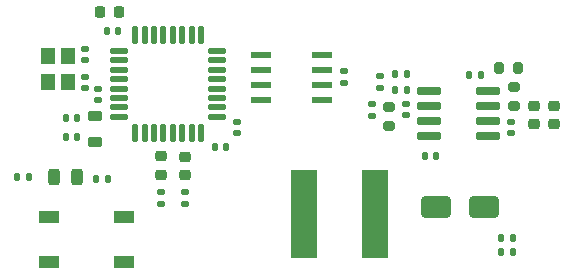
<source format=gbr>
%TF.GenerationSoftware,KiCad,Pcbnew,8.0.1*%
%TF.CreationDate,2024-11-24T12:48:57+07:00*%
%TF.ProjectId,TPMS,54504d53-2e6b-4696-9361-645f70636258,rev?*%
%TF.SameCoordinates,Original*%
%TF.FileFunction,Paste,Top*%
%TF.FilePolarity,Positive*%
%FSLAX46Y46*%
G04 Gerber Fmt 4.6, Leading zero omitted, Abs format (unit mm)*
G04 Created by KiCad (PCBNEW 8.0.1) date 2024-11-24 12:48:57*
%MOMM*%
%LPD*%
G01*
G04 APERTURE LIST*
G04 Aperture macros list*
%AMRoundRect*
0 Rectangle with rounded corners*
0 $1 Rounding radius*
0 $2 $3 $4 $5 $6 $7 $8 $9 X,Y pos of 4 corners*
0 Add a 4 corners polygon primitive as box body*
4,1,4,$2,$3,$4,$5,$6,$7,$8,$9,$2,$3,0*
0 Add four circle primitives for the rounded corners*
1,1,$1+$1,$2,$3*
1,1,$1+$1,$4,$5*
1,1,$1+$1,$6,$7*
1,1,$1+$1,$8,$9*
0 Add four rect primitives between the rounded corners*
20,1,$1+$1,$2,$3,$4,$5,0*
20,1,$1+$1,$4,$5,$6,$7,0*
20,1,$1+$1,$6,$7,$8,$9,0*
20,1,$1+$1,$8,$9,$2,$3,0*%
G04 Aperture macros list end*
%ADD10RoundRect,0.225000X-0.250000X0.225000X-0.250000X-0.225000X0.250000X-0.225000X0.250000X0.225000X0*%
%ADD11RoundRect,0.250000X-1.000000X-0.650000X1.000000X-0.650000X1.000000X0.650000X-1.000000X0.650000X0*%
%ADD12RoundRect,0.135000X-0.135000X-0.185000X0.135000X-0.185000X0.135000X0.185000X-0.135000X0.185000X0*%
%ADD13RoundRect,0.140000X-0.170000X0.140000X-0.170000X-0.140000X0.170000X-0.140000X0.170000X0.140000X0*%
%ADD14RoundRect,0.225000X-0.225000X-0.250000X0.225000X-0.250000X0.225000X0.250000X-0.225000X0.250000X0*%
%ADD15RoundRect,0.140000X0.140000X0.170000X-0.140000X0.170000X-0.140000X-0.170000X0.140000X-0.170000X0*%
%ADD16RoundRect,0.075000X0.910000X0.225000X-0.910000X0.225000X-0.910000X-0.225000X0.910000X-0.225000X0*%
%ADD17RoundRect,0.200000X-0.275000X0.200000X-0.275000X-0.200000X0.275000X-0.200000X0.275000X0.200000X0*%
%ADD18RoundRect,0.140000X-0.140000X-0.170000X0.140000X-0.170000X0.140000X0.170000X-0.140000X0.170000X0*%
%ADD19RoundRect,0.125000X-0.625000X-0.125000X0.625000X-0.125000X0.625000X0.125000X-0.625000X0.125000X0*%
%ADD20RoundRect,0.125000X-0.125000X-0.625000X0.125000X-0.625000X0.125000X0.625000X-0.125000X0.625000X0*%
%ADD21RoundRect,0.135000X-0.185000X0.135000X-0.185000X-0.135000X0.185000X-0.135000X0.185000X0.135000X0*%
%ADD22RoundRect,0.073750X-0.801250X-0.221250X0.801250X-0.221250X0.801250X0.221250X-0.801250X0.221250X0*%
%ADD23RoundRect,0.135000X0.185000X-0.135000X0.185000X0.135000X-0.185000X0.135000X-0.185000X-0.135000X0*%
%ADD24RoundRect,0.218750X0.256250X-0.218750X0.256250X0.218750X-0.256250X0.218750X-0.256250X-0.218750X0*%
%ADD25RoundRect,0.200000X0.275000X-0.200000X0.275000X0.200000X-0.275000X0.200000X-0.275000X-0.200000X0*%
%ADD26RoundRect,0.200000X0.200000X0.275000X-0.200000X0.275000X-0.200000X-0.275000X0.200000X-0.275000X0*%
%ADD27RoundRect,0.243750X-0.243750X-0.456250X0.243750X-0.456250X0.243750X0.456250X-0.243750X0.456250X0*%
%ADD28RoundRect,0.140000X0.170000X-0.140000X0.170000X0.140000X-0.170000X0.140000X-0.170000X-0.140000X0*%
%ADD29RoundRect,0.218750X0.381250X-0.218750X0.381250X0.218750X-0.381250X0.218750X-0.381250X-0.218750X0*%
%ADD30R,2.200000X7.500000*%
%ADD31R,1.200000X1.400000*%
%ADD32RoundRect,0.135000X0.135000X0.185000X-0.135000X0.185000X-0.135000X-0.185000X0.135000X-0.185000X0*%
%ADD33R,1.700000X1.000000*%
G04 APERTURE END LIST*
D10*
%TO.C,C10*%
X174880000Y-104180000D03*
X174880000Y-105730000D03*
%TD*%
D11*
%TO.C,D4*%
X164880000Y-112720000D03*
X168880000Y-112720000D03*
%TD*%
D12*
%TO.C,R9*%
X161370000Y-101420000D03*
X162390000Y-101420000D03*
%TD*%
D13*
%TO.C,C16*%
X162320000Y-103970000D03*
X162320000Y-104930000D03*
%TD*%
%TO.C,C3*%
X135180000Y-99320000D03*
X135180000Y-100280000D03*
%TD*%
%TO.C,C12*%
X171220000Y-105520000D03*
X171220000Y-106480000D03*
%TD*%
D14*
%TO.C,C1*%
X136430000Y-96220000D03*
X137980000Y-96220000D03*
%TD*%
D15*
%TO.C,C8*%
X134460000Y-105195000D03*
X133500000Y-105195000D03*
%TD*%
D16*
%TO.C,U2*%
X169220000Y-106730000D03*
X169220000Y-105460000D03*
X169220000Y-104190000D03*
X169220000Y-102920000D03*
X164280000Y-102920000D03*
X164280000Y-104190000D03*
X164280000Y-105460000D03*
X164280000Y-106730000D03*
%TD*%
D17*
%TO.C,R7*%
X160880000Y-104220000D03*
X160880000Y-105870000D03*
%TD*%
D13*
%TO.C,C4*%
X147980000Y-105520000D03*
X147980000Y-106480000D03*
%TD*%
D18*
%TO.C,C13*%
X167680000Y-101520000D03*
X168640000Y-101520000D03*
%TD*%
D19*
%TO.C,U1*%
X138005000Y-99495000D03*
X138005000Y-100295000D03*
X138005000Y-101095000D03*
X138005000Y-101895000D03*
X138005000Y-102695000D03*
X138005000Y-103495000D03*
X138005000Y-104295000D03*
X138005000Y-105095000D03*
D20*
X139380000Y-106470000D03*
X140180000Y-106470000D03*
X140980000Y-106470000D03*
X141780000Y-106470000D03*
X142580000Y-106470000D03*
X143380000Y-106470000D03*
X144180000Y-106470000D03*
X144980000Y-106470000D03*
D19*
X146355000Y-105095000D03*
X146355000Y-104295000D03*
X146355000Y-103495000D03*
X146355000Y-102695000D03*
X146355000Y-101895000D03*
X146355000Y-101095000D03*
X146355000Y-100295000D03*
X146355000Y-99495000D03*
D20*
X144980000Y-98120000D03*
X144180000Y-98120000D03*
X143380000Y-98120000D03*
X142580000Y-98120000D03*
X141780000Y-98120000D03*
X140980000Y-98120000D03*
X140180000Y-98120000D03*
X139380000Y-98120000D03*
%TD*%
D15*
%TO.C,C14*%
X164860000Y-108420000D03*
X163900000Y-108420000D03*
%TD*%
D21*
%TO.C,R1*%
X141580000Y-111420000D03*
X141580000Y-112440000D03*
%TD*%
D13*
%TO.C,C5*%
X135180000Y-101720000D03*
X135180000Y-102680000D03*
%TD*%
D22*
%TO.C,U3*%
X150010000Y-99820000D03*
X150010000Y-101090000D03*
X150010000Y-102360000D03*
X150010000Y-103630000D03*
X155180000Y-103630000D03*
X155180000Y-102360000D03*
X155180000Y-101090000D03*
X155180000Y-99820000D03*
%TD*%
D23*
%TO.C,R8*%
X160080000Y-102630000D03*
X160080000Y-101610000D03*
%TD*%
D24*
%TO.C,D1*%
X141580000Y-109995000D03*
X141580000Y-108420000D03*
%TD*%
D15*
%TO.C,C9*%
X134480000Y-106795000D03*
X133520000Y-106795000D03*
%TD*%
D25*
%TO.C,R4*%
X171480000Y-104170000D03*
X171480000Y-102520000D03*
%TD*%
D18*
%TO.C,C17*%
X170380000Y-115320000D03*
X171340000Y-115320000D03*
%TD*%
D26*
%TO.C,R5*%
X171805000Y-100920000D03*
X170155000Y-100920000D03*
%TD*%
D18*
%TO.C,C2*%
X136100000Y-110320000D03*
X137060000Y-110320000D03*
%TD*%
D15*
%TO.C,C15*%
X162360000Y-102820000D03*
X161400000Y-102820000D03*
%TD*%
D24*
%TO.C,D2*%
X143580000Y-110020000D03*
X143580000Y-108445000D03*
%TD*%
D21*
%TO.C,R2*%
X143580000Y-111420000D03*
X143580000Y-112440000D03*
%TD*%
D18*
%TO.C,C6*%
X137000000Y-97820000D03*
X137960000Y-97820000D03*
%TD*%
D27*
%TO.C,D3*%
X132555000Y-110220000D03*
X134430000Y-110220000D03*
%TD*%
D28*
%TO.C,C7*%
X136280000Y-103680000D03*
X136280000Y-102720000D03*
%TD*%
D29*
%TO.C,FB1*%
X135980000Y-107182500D03*
X135980000Y-105057500D03*
%TD*%
D21*
%TO.C,R10*%
X159480000Y-104020000D03*
X159480000Y-105040000D03*
%TD*%
D30*
%TO.C,L1*%
X159680000Y-113320000D03*
X153680000Y-113320000D03*
%TD*%
D31*
%TO.C,Y1*%
X131980000Y-99920000D03*
X131980000Y-102120000D03*
X133680000Y-102120000D03*
X133680000Y-99920000D03*
%TD*%
D10*
%TO.C,C11*%
X173180000Y-104180000D03*
X173180000Y-105730000D03*
%TD*%
D18*
%TO.C,C18*%
X170380000Y-116520000D03*
X171340000Y-116520000D03*
%TD*%
D15*
%TO.C,C19*%
X147080000Y-107620000D03*
X146120000Y-107620000D03*
%TD*%
D32*
%TO.C,R3*%
X130390000Y-110220000D03*
X129370000Y-110220000D03*
%TD*%
D21*
%TO.C,R6*%
X157110000Y-101210000D03*
X157110000Y-102230000D03*
%TD*%
D33*
%TO.C,SW1*%
X138400000Y-117340000D03*
X132100000Y-117340000D03*
X138400000Y-113540000D03*
X132100000Y-113540000D03*
%TD*%
M02*

</source>
